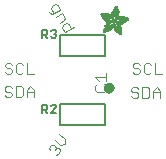
<source format=gbr>
G04 EAGLE Gerber RS-274X export*
G75*
%MOMM*%
%FSLAX34Y34*%
%LPD*%
%INSilkscreen Top*%
%IPPOS*%
%AMOC8*
5,1,8,0,0,1.08239X$1,22.5*%
G01*
%ADD10C,0.101600*%
%ADD11C,0.203200*%
%ADD12C,0.152400*%
%ADD13R,0.034300X0.003800*%
%ADD14R,0.057200X0.003800*%
%ADD15R,0.076200X0.003800*%
%ADD16R,0.091400X0.003800*%
%ADD17R,0.102900X0.003800*%
%ADD18R,0.114300X0.003900*%
%ADD19R,0.129500X0.003800*%
%ADD20R,0.137200X0.003800*%
%ADD21R,0.144800X0.003800*%
%ADD22R,0.152400X0.003800*%
%ADD23R,0.160000X0.003800*%
%ADD24R,0.171500X0.003800*%
%ADD25R,0.175300X0.003800*%
%ADD26R,0.182900X0.003800*%
%ADD27R,0.190500X0.003800*%
%ADD28R,0.194300X0.003900*%
%ADD29R,0.201900X0.003800*%
%ADD30R,0.209500X0.003800*%
%ADD31R,0.213400X0.003800*%
%ADD32R,0.221000X0.003800*%
%ADD33R,0.224800X0.003800*%
%ADD34R,0.232400X0.003800*%
%ADD35R,0.240000X0.003800*%
%ADD36R,0.243800X0.003800*%
%ADD37R,0.247600X0.003800*%
%ADD38R,0.255300X0.003900*%
%ADD39R,0.259100X0.003800*%
%ADD40R,0.262900X0.003800*%
%ADD41R,0.270500X0.003800*%
%ADD42R,0.274300X0.003800*%
%ADD43R,0.281900X0.003800*%
%ADD44R,0.285700X0.003800*%
%ADD45R,0.289500X0.003800*%
%ADD46R,0.297200X0.003800*%
%ADD47R,0.301000X0.003800*%
%ADD48R,0.304800X0.003900*%
%ADD49R,0.312400X0.003800*%
%ADD50R,0.316200X0.003800*%
%ADD51R,0.320000X0.003800*%
%ADD52R,0.327600X0.003800*%
%ADD53R,0.331500X0.003800*%
%ADD54R,0.339100X0.003800*%
%ADD55R,0.342900X0.003800*%
%ADD56R,0.346700X0.003800*%
%ADD57R,0.354300X0.003800*%
%ADD58R,0.358100X0.003900*%
%ADD59R,0.361900X0.003800*%
%ADD60R,0.369600X0.003800*%
%ADD61R,0.373400X0.003800*%
%ADD62R,0.377200X0.003800*%
%ADD63R,0.384800X0.003800*%
%ADD64R,0.388600X0.003800*%
%ADD65R,0.396200X0.003800*%
%ADD66R,0.400000X0.003800*%
%ADD67R,0.403800X0.003800*%
%ADD68R,0.411500X0.003900*%
%ADD69R,0.415300X0.003800*%
%ADD70R,0.419100X0.003800*%
%ADD71R,0.045700X0.003800*%
%ADD72R,0.426700X0.003800*%
%ADD73R,0.072400X0.003800*%
%ADD74R,0.430500X0.003800*%
%ADD75R,0.095300X0.003800*%
%ADD76R,0.438100X0.003800*%
%ADD77R,0.110500X0.003800*%
%ADD78R,0.441900X0.003800*%
%ADD79R,0.445800X0.003800*%
%ADD80R,0.144700X0.003800*%
%ADD81R,0.453400X0.003800*%
%ADD82R,0.457200X0.003800*%
%ADD83R,0.175300X0.003900*%
%ADD84R,0.461000X0.003900*%
%ADD85R,0.468600X0.003800*%
%ADD86R,0.205800X0.003800*%
%ADD87R,0.472400X0.003800*%
%ADD88R,0.217200X0.003800*%
%ADD89R,0.476200X0.003800*%
%ADD90R,0.483900X0.003800*%
%ADD91R,0.247700X0.003800*%
%ADD92R,0.487700X0.003800*%
%ADD93R,0.495300X0.003800*%
%ADD94R,0.499100X0.003800*%
%ADD95R,0.502900X0.003800*%
%ADD96R,0.510500X0.003800*%
%ADD97R,0.308600X0.003900*%
%ADD98R,0.514300X0.003900*%
%ADD99R,0.323800X0.003800*%
%ADD100R,0.518100X0.003800*%
%ADD101R,0.335300X0.003800*%
%ADD102R,0.525800X0.003800*%
%ADD103R,0.529600X0.003800*%
%ADD104R,0.358100X0.003800*%
%ADD105R,0.533400X0.003800*%
%ADD106R,0.537200X0.003800*%
%ADD107R,0.381000X0.003800*%
%ADD108R,0.544800X0.003800*%
%ADD109R,0.392400X0.003800*%
%ADD110R,0.548600X0.003800*%
%ADD111R,0.552400X0.003800*%
%ADD112R,0.556200X0.003800*%
%ADD113R,0.422900X0.003900*%
%ADD114R,0.560100X0.003900*%
%ADD115R,0.434300X0.003800*%
%ADD116R,0.563900X0.003800*%
%ADD117R,0.567700X0.003800*%
%ADD118R,0.461000X0.003800*%
%ADD119R,0.571500X0.003800*%
%ADD120R,0.575300X0.003800*%
%ADD121R,0.480100X0.003800*%
%ADD122R,0.579100X0.003800*%
%ADD123R,0.491500X0.003800*%
%ADD124R,0.582900X0.003800*%
%ADD125R,0.586700X0.003800*%
%ADD126R,0.510600X0.003800*%
%ADD127R,0.590500X0.003800*%
%ADD128R,0.522000X0.003800*%
%ADD129R,0.594300X0.003800*%
%ADD130R,0.533400X0.003900*%
%ADD131R,0.598200X0.003900*%
%ADD132R,0.541000X0.003800*%
%ADD133R,0.602000X0.003800*%
%ADD134R,0.552500X0.003800*%
%ADD135R,0.605800X0.003800*%
%ADD136R,0.560100X0.003800*%
%ADD137R,0.609600X0.003800*%
%ADD138R,0.613400X0.003800*%
%ADD139R,0.583000X0.003800*%
%ADD140R,0.617200X0.003800*%
%ADD141R,0.594400X0.003800*%
%ADD142R,0.621000X0.003800*%
%ADD143R,0.598200X0.003800*%
%ADD144R,0.624800X0.003800*%
%ADD145R,0.613500X0.003900*%
%ADD146R,0.628600X0.003900*%
%ADD147R,0.632400X0.003800*%
%ADD148R,0.628600X0.003800*%
%ADD149R,0.636300X0.003800*%
%ADD150R,0.640100X0.003800*%
%ADD151R,0.636200X0.003800*%
%ADD152R,0.643900X0.003800*%
%ADD153R,0.647700X0.003800*%
%ADD154R,0.651500X0.003800*%
%ADD155R,0.659100X0.003800*%
%ADD156R,0.659100X0.003900*%
%ADD157R,0.655300X0.003900*%
%ADD158R,0.662900X0.003800*%
%ADD159R,0.655300X0.003800*%
%ADD160R,0.670500X0.003800*%
%ADD161R,0.670600X0.003800*%
%ADD162R,0.674400X0.003800*%
%ADD163R,0.682000X0.003800*%
%ADD164R,0.666700X0.003800*%
%ADD165R,0.685800X0.003800*%
%ADD166R,0.689600X0.003800*%
%ADD167R,0.693400X0.003900*%
%ADD168R,0.674400X0.003900*%
%ADD169R,0.697200X0.003800*%
%ADD170R,0.678200X0.003800*%
%ADD171R,0.697300X0.003800*%
%ADD172R,0.701100X0.003800*%
%ADD173R,0.704900X0.003800*%
%ADD174R,0.708700X0.003800*%
%ADD175R,0.712500X0.003800*%
%ADD176R,0.716300X0.003800*%
%ADD177R,0.720100X0.003900*%
%ADD178R,0.689600X0.003900*%
%ADD179R,0.720000X0.003800*%
%ADD180R,0.693400X0.003800*%
%ADD181R,0.723900X0.003800*%
%ADD182R,0.727700X0.003800*%
%ADD183R,0.731500X0.003800*%
%ADD184R,0.701000X0.003800*%
%ADD185R,0.735300X0.003800*%
%ADD186R,0.731500X0.003900*%
%ADD187R,0.701000X0.003900*%
%ADD188R,0.704800X0.003800*%
%ADD189R,0.739100X0.003800*%
%ADD190R,0.743000X0.003800*%
%ADD191R,0.739200X0.003800*%
%ADD192R,0.743000X0.003900*%
%ADD193R,0.704800X0.003900*%
%ADD194R,0.746800X0.003800*%
%ADD195R,0.746800X0.003900*%
%ADD196R,0.742900X0.003800*%
%ADD197R,0.746700X0.003800*%
%ADD198R,0.746700X0.003900*%
%ADD199R,1.428800X0.003800*%
%ADD200R,1.424900X0.003800*%
%ADD201R,1.421100X0.003900*%
%ADD202R,1.421100X0.003800*%
%ADD203R,1.417300X0.003800*%
%ADD204R,1.413500X0.003800*%
%ADD205R,1.409700X0.003800*%
%ADD206R,1.405900X0.003800*%
%ADD207R,1.402100X0.003800*%
%ADD208R,1.398300X0.003800*%
%ADD209R,0.983000X0.003900*%
%ADD210R,0.384800X0.003900*%
%ADD211R,0.971600X0.003800*%
%ADD212R,0.963900X0.003800*%
%ADD213R,0.956300X0.003800*%
%ADD214R,0.365800X0.003800*%
%ADD215R,0.952500X0.003800*%
%ADD216R,0.941000X0.003800*%
%ADD217R,0.358200X0.003800*%
%ADD218R,0.937200X0.003800*%
%ADD219R,0.933400X0.003800*%
%ADD220R,0.354400X0.003800*%
%ADD221R,0.925800X0.003800*%
%ADD222R,0.350500X0.003800*%
%ADD223R,0.922000X0.003800*%
%ADD224R,0.918200X0.003900*%
%ADD225R,0.346700X0.003900*%
%ADD226R,0.910600X0.003800*%
%ADD227R,0.906800X0.003800*%
%ADD228R,0.903000X0.003800*%
%ADD229R,0.339000X0.003800*%
%ADD230R,0.895300X0.003800*%
%ADD231R,0.335200X0.003800*%
%ADD232R,0.887700X0.003800*%
%ADD233R,0.883900X0.003800*%
%ADD234R,0.331400X0.003800*%
%ADD235R,0.880100X0.003800*%
%ADD236R,0.876300X0.003800*%
%ADD237R,0.468600X0.003900*%
%ADD238R,0.396200X0.003900*%
%ADD239R,0.323800X0.003900*%
%ADD240R,0.449600X0.003800*%
%ADD241R,0.323900X0.003800*%
%ADD242R,0.442000X0.003800*%
%ADD243R,0.434400X0.003800*%
%ADD244R,0.320100X0.003800*%
%ADD245R,0.316300X0.003800*%
%ADD246R,0.426800X0.003800*%
%ADD247R,0.327700X0.003800*%
%ADD248R,0.312500X0.003800*%
%ADD249R,0.422900X0.003800*%
%ADD250R,0.308600X0.003800*%
%ADD251R,0.293400X0.003800*%
%ADD252R,0.304800X0.003800*%
%ADD253R,0.419100X0.003900*%
%ADD254R,0.285700X0.003900*%
%ADD255R,0.301000X0.003900*%
%ADD256R,0.411500X0.003800*%
%ADD257R,0.407700X0.003800*%
%ADD258R,0.289600X0.003800*%
%ADD259R,0.285800X0.003800*%
%ADD260R,0.403900X0.003800*%
%ADD261R,0.228600X0.003800*%
%ADD262R,0.403900X0.003900*%
%ADD263R,0.221000X0.003900*%
%ADD264R,0.278100X0.003900*%
%ADD265R,0.400100X0.003800*%
%ADD266R,0.209600X0.003800*%
%ADD267R,0.266700X0.003800*%
%ADD268R,0.038100X0.003800*%
%ADD269R,0.194300X0.003800*%
%ADD270R,0.148600X0.003800*%
%ADD271R,0.259000X0.003800*%
%ADD272R,0.182800X0.003800*%
%ADD273R,0.186700X0.003800*%
%ADD274R,0.251400X0.003800*%
%ADD275R,0.179100X0.003800*%
%ADD276R,0.236200X0.003800*%
%ADD277R,0.243900X0.003900*%
%ADD278R,0.282000X0.003900*%
%ADD279R,0.167700X0.003800*%
%ADD280R,0.236300X0.003800*%
%ADD281R,0.396300X0.003800*%
%ADD282R,0.163900X0.003800*%
%ADD283R,0.392500X0.003800*%
%ADD284R,0.160100X0.003800*%
%ADD285R,0.586800X0.003800*%
%ADD286R,0.148500X0.003800*%
%ADD287R,0.140900X0.003800*%
%ADD288R,0.392400X0.003900*%
%ADD289R,0.140900X0.003900*%
%ADD290R,0.647700X0.003900*%
%ADD291R,0.133300X0.003800*%
%ADD292R,0.674300X0.003800*%
%ADD293R,0.388700X0.003800*%
%ADD294R,0.125700X0.003800*%
%ADD295R,0.121900X0.003800*%
%ADD296R,0.720100X0.003800*%
%ADD297R,0.118100X0.003800*%
%ADD298R,0.118100X0.003900*%
%ADD299R,0.739100X0.003900*%
%ADD300R,0.114300X0.003800*%
%ADD301R,0.754400X0.003800*%
%ADD302R,0.765800X0.003800*%
%ADD303R,0.773400X0.003800*%
%ADD304R,0.784800X0.003800*%
%ADD305R,0.118200X0.003800*%
%ADD306R,0.792500X0.003800*%
%ADD307R,0.803900X0.003800*%
%ADD308R,0.122000X0.003800*%
%ADD309R,0.815400X0.003800*%
%ADD310R,0.125800X0.003800*%
%ADD311R,0.826800X0.003800*%
%ADD312R,0.369500X0.003900*%
%ADD313R,0.133400X0.003900*%
%ADD314R,0.842000X0.003900*%
%ADD315R,0.365700X0.003800*%
%ADD316R,1.009700X0.003800*%
%ADD317R,1.013500X0.003800*%
%ADD318R,0.362000X0.003800*%
%ADD319R,1.024900X0.003800*%
%ADD320R,1.028700X0.003800*%
%ADD321R,1.036300X0.003800*%
%ADD322R,1.047800X0.003800*%
%ADD323R,1.055400X0.003800*%
%ADD324R,1.070600X0.003800*%
%ADD325R,0.030500X0.003800*%
%ADD326R,1.436400X0.003800*%
%ADD327R,1.562100X0.003900*%
%ADD328R,1.588700X0.003800*%
%ADD329R,1.607800X0.003800*%
%ADD330R,1.626900X0.003800*%
%ADD331R,1.642100X0.003800*%
%ADD332R,1.657400X0.003800*%
%ADD333R,1.676400X0.003800*%
%ADD334R,1.687800X0.003800*%
%ADD335R,1.703000X0.003800*%
%ADD336R,1.714500X0.003800*%
%ADD337R,1.726000X0.003900*%
%ADD338R,1.741200X0.003800*%
%ADD339R,0.914400X0.003800*%
%ADD340R,0.769600X0.003800*%
%ADD341R,0.884000X0.003800*%
%ADD342R,0.712400X0.003800*%
%ADD343R,0.880100X0.003900*%
%ADD344R,0.887800X0.003800*%
%ADD345R,0.891600X0.003800*%
%ADD346R,0.895400X0.003800*%
%ADD347R,0.251500X0.003800*%
%ADD348R,0.579200X0.003900*%
%ADD349R,0.243900X0.003800*%
%ADD350R,0.556300X0.003800*%
%ADD351R,0.255200X0.003800*%
%ADD352R,0.529500X0.003800*%
%ADD353R,0.731600X0.003800*%
%ADD354R,0.525800X0.003900*%
%ADD355R,0.281900X0.003900*%
%ADD356R,0.735400X0.003900*%
%ADD357R,0.300900X0.003800*%
%ADD358R,0.762000X0.003800*%
%ADD359R,0.518200X0.003800*%
%ADD360R,0.350600X0.003800*%
%ADD361R,0.796300X0.003800*%
%ADD362R,0.807800X0.003800*%
%ADD363R,0.506700X0.003800*%
%ADD364R,0.849600X0.003800*%
%ADD365R,0.506700X0.003900*%
%ADD366R,1.371600X0.003900*%
%ADD367R,1.207800X0.003800*%
%ADD368R,0.503000X0.003800*%
%ADD369R,0.141000X0.003800*%
%ADD370R,1.203900X0.003800*%
%ADD371R,1.204000X0.003800*%
%ADD372R,1.200200X0.003800*%
%ADD373R,0.499100X0.003900*%
%ADD374R,0.156200X0.003900*%
%ADD375R,1.196400X0.003900*%
%ADD376R,1.196400X0.003800*%
%ADD377R,0.163800X0.003800*%
%ADD378R,0.167600X0.003800*%
%ADD379R,1.192500X0.003800*%
%ADD380R,0.499200X0.003800*%
%ADD381R,1.188700X0.003800*%
%ADD382R,0.506800X0.003800*%
%ADD383R,1.184900X0.003800*%
%ADD384R,0.510600X0.003900*%
%ADD385R,0.209600X0.003900*%
%ADD386R,1.181100X0.003900*%
%ADD387R,0.514400X0.003800*%
%ADD388R,1.181100X0.003800*%
%ADD389R,1.177300X0.003800*%
%ADD390R,0.240100X0.003800*%
%ADD391R,1.173500X0.003800*%
%ADD392R,1.169700X0.003800*%
%ADD393R,1.165900X0.003800*%
%ADD394R,1.162100X0.003800*%
%ADD395R,0.929700X0.003900*%
%ADD396R,1.162100X0.003900*%
%ADD397R,0.929700X0.003800*%
%ADD398R,1.154500X0.003800*%
%ADD399R,0.933500X0.003800*%
%ADD400R,1.150600X0.003800*%
%ADD401R,0.937300X0.003800*%
%ADD402R,1.146800X0.003800*%
%ADD403R,0.941100X0.003800*%
%ADD404R,1.139200X0.003800*%
%ADD405R,0.944900X0.003800*%
%ADD406R,1.135400X0.003800*%
%ADD407R,0.948700X0.003800*%
%ADD408R,1.127800X0.003800*%
%ADD409R,1.124000X0.003800*%
%ADD410R,1.116400X0.003800*%
%ADD411R,0.956300X0.003900*%
%ADD412R,1.104900X0.003900*%
%ADD413R,0.960100X0.003800*%
%ADD414R,1.093500X0.003800*%
%ADD415R,1.085900X0.003800*%
%ADD416R,0.967800X0.003800*%
%ADD417R,1.074500X0.003800*%
%ADD418R,1.063000X0.003800*%
%ADD419R,0.975400X0.003800*%
%ADD420R,1.036400X0.003800*%
%ADD421R,0.979200X0.003800*%
%ADD422R,1.021000X0.003800*%
%ADD423R,0.983000X0.003800*%
%ADD424R,1.009600X0.003800*%
%ADD425R,0.986800X0.003800*%
%ADD426R,0.998200X0.003800*%
%ADD427R,0.990600X0.003900*%
%ADD428R,0.986700X0.003900*%
%ADD429R,0.994400X0.003800*%
%ADD430R,0.975300X0.003800*%
%ADD431R,0.948600X0.003800*%
%ADD432R,1.002000X0.003800*%
%ADD433R,0.213300X0.003800*%
%ADD434R,0.217100X0.003800*%
%ADD435R,1.017300X0.003800*%
%ADD436R,0.666800X0.003800*%
%ADD437R,0.220900X0.003800*%
%ADD438R,1.028700X0.003900*%
%ADD439R,0.224700X0.003900*%
%ADD440R,1.032500X0.003800*%
%ADD441R,1.040100X0.003800*%
%ADD442R,1.043900X0.003800*%
%ADD443R,0.548700X0.003800*%
%ADD444R,1.051500X0.003800*%
%ADD445R,1.055300X0.003800*%
%ADD446R,1.059100X0.003800*%
%ADD447R,1.062900X0.003800*%
%ADD448R,0.255300X0.003800*%
%ADD449R,1.066800X0.003900*%
%ADD450R,0.259100X0.003900*%
%ADD451R,0.457200X0.003900*%
%ADD452R,0.423000X0.003800*%
%ADD453R,1.082100X0.003800*%
%ADD454R,0.274400X0.003800*%
%ADD455R,0.278200X0.003800*%
%ADD456R,1.101100X0.003800*%
%ADD457R,0.278100X0.003800*%
%ADD458R,0.876300X0.003900*%
%ADD459R,0.236200X0.003900*%
%ADD460R,0.289600X0.003900*%
%ADD461R,0.247700X0.003900*%
%ADD462R,0.049500X0.003800*%
%ADD463R,0.640100X0.003900*%
%ADD464R,0.659200X0.003800*%
%ADD465R,0.663000X0.003800*%
%ADD466R,0.872500X0.003900*%
%ADD467R,0.666800X0.003900*%
%ADD468R,0.872500X0.003800*%
%ADD469R,0.868700X0.003800*%
%ADD470R,0.864900X0.003800*%
%ADD471R,0.861100X0.003800*%
%ADD472R,0.857300X0.003800*%
%ADD473R,0.853400X0.003800*%
%ADD474R,0.845800X0.003800*%
%ADD475R,0.682000X0.003900*%
%ADD476R,0.842000X0.003800*%
%ADD477R,0.834400X0.003800*%
%ADD478R,0.823000X0.003800*%
%ADD479R,0.815300X0.003800*%
%ADD480R,0.811500X0.003800*%
%ADD481R,0.788700X0.003800*%
%ADD482R,0.777300X0.003900*%
%ADD483R,0.750600X0.003800*%
%ADD484R,0.735400X0.003800*%
%ADD485R,0.727800X0.003800*%
%ADD486R,0.628700X0.003800*%
%ADD487R,0.575400X0.003800*%
%ADD488R,0.670600X0.003900*%
%ADD489R,0.655400X0.003800*%
%ADD490R,0.651500X0.003900*%
%ADD491R,0.624800X0.003900*%
%ADD492R,0.594400X0.003900*%
%ADD493R,0.563900X0.003900*%
%ADD494R,0.541100X0.003800*%
%ADD495R,0.537300X0.003800*%
%ADD496R,0.525700X0.003800*%
%ADD497R,0.525700X0.003900*%
%ADD498R,0.514300X0.003800*%
%ADD499R,0.480100X0.003900*%
%ADD500R,0.464800X0.003800*%
%ADD501R,0.442000X0.003900*%
%ADD502R,0.438200X0.003800*%
%ADD503R,0.430600X0.003800*%
%ADD504R,0.407600X0.003800*%
%ADD505R,0.403800X0.003900*%
%ADD506R,0.365700X0.003900*%
%ADD507R,0.327700X0.003900*%
%ADD508R,0.243800X0.003900*%
%ADD509R,0.205800X0.003900*%
%ADD510R,0.198100X0.003800*%
%ADD511R,0.163800X0.003900*%
%ADD512R,0.137100X0.003800*%
%ADD513R,0.091500X0.003900*%
%ADD514R,0.060900X0.003800*%
%ADD515C,0.500000*%
%ADD516C,0.076200*%


D10*
X-27831Y-59252D02*
X-28206Y-57128D01*
X-26456Y-54629D01*
X-24332Y-54254D01*
X-23082Y-55129D01*
X-22708Y-57254D01*
X-23583Y-58503D01*
X-22708Y-57254D02*
X-20583Y-56879D01*
X-19334Y-57754D01*
X-18959Y-59878D01*
X-20709Y-62377D01*
X-22833Y-62752D01*
X-18717Y-54214D02*
X-23715Y-50714D01*
X-18717Y-54214D02*
X-14468Y-53464D01*
X-15217Y-49216D01*
X-20215Y-45716D01*
X-27572Y56731D02*
X-28334Y58052D01*
X-27572Y56731D02*
X-25488Y56173D01*
X-18883Y59986D01*
X-21171Y63949D01*
X-23255Y64507D01*
X-25897Y62982D01*
X-26455Y60899D01*
X-24167Y56936D01*
X-22540Y54118D02*
X-17256Y57168D01*
X-14968Y53205D01*
X-15527Y51122D01*
X-19489Y48834D01*
X-14812Y40732D02*
X-6886Y45308D01*
X-14812Y40732D02*
X-17100Y44695D01*
X-16542Y46778D01*
X-13900Y48304D01*
X-11816Y47745D01*
X-9528Y43783D01*
X46994Y14740D02*
X48519Y13215D01*
X46994Y14740D02*
X43943Y14740D01*
X42418Y13215D01*
X42418Y11689D01*
X43943Y10164D01*
X46994Y10164D01*
X48519Y8639D01*
X48519Y7113D01*
X46994Y5588D01*
X43943Y5588D01*
X42418Y7113D01*
X56349Y14740D02*
X57874Y13215D01*
X56349Y14740D02*
X53298Y14740D01*
X51773Y13215D01*
X51773Y7113D01*
X53298Y5588D01*
X56349Y5588D01*
X57874Y7113D01*
X61128Y5588D02*
X61128Y14740D01*
X61128Y5588D02*
X67230Y5588D01*
X47249Y-7106D02*
X45724Y-5580D01*
X42673Y-5580D01*
X41148Y-7106D01*
X41148Y-8631D01*
X42673Y-10156D01*
X45724Y-10156D01*
X47249Y-11681D01*
X47249Y-13207D01*
X45724Y-14732D01*
X42673Y-14732D01*
X41148Y-13207D01*
X50503Y-14732D02*
X50503Y-5580D01*
X50503Y-14732D02*
X55079Y-14732D01*
X56604Y-13207D01*
X56604Y-7106D01*
X55079Y-5580D01*
X50503Y-5580D01*
X59858Y-8631D02*
X59858Y-14732D01*
X59858Y-8631D02*
X62909Y-5580D01*
X65960Y-8631D01*
X65960Y-14732D01*
X65960Y-10156D02*
X59858Y-10156D01*
X-59601Y13509D02*
X-61126Y15035D01*
X-64177Y15035D01*
X-65702Y13509D01*
X-65702Y11984D01*
X-64177Y10459D01*
X-61126Y10459D01*
X-59601Y8933D01*
X-59601Y7408D01*
X-61126Y5883D01*
X-64177Y5883D01*
X-65702Y7408D01*
X-51771Y15035D02*
X-50246Y13509D01*
X-51771Y15035D02*
X-54822Y15035D01*
X-56347Y13509D01*
X-56347Y7408D01*
X-54822Y5883D01*
X-51771Y5883D01*
X-50246Y7408D01*
X-46992Y5883D02*
X-46992Y15035D01*
X-46992Y5883D02*
X-40891Y5883D01*
X-59941Y-6471D02*
X-61467Y-4945D01*
X-64517Y-4945D01*
X-66042Y-6471D01*
X-66042Y-7996D01*
X-64517Y-9521D01*
X-61467Y-9521D01*
X-59941Y-11046D01*
X-59941Y-12572D01*
X-61467Y-14097D01*
X-64517Y-14097D01*
X-66042Y-12572D01*
X-56687Y-14097D02*
X-56687Y-4945D01*
X-56687Y-14097D02*
X-52111Y-14097D01*
X-50586Y-12572D01*
X-50586Y-6471D01*
X-52111Y-4945D01*
X-56687Y-4945D01*
X-47332Y-7996D02*
X-47332Y-14097D01*
X-47332Y-7996D02*
X-44281Y-4945D01*
X-41231Y-7996D01*
X-41231Y-14097D01*
X-41231Y-9521D02*
X-47332Y-9521D01*
D11*
X-19050Y-20320D02*
X19050Y-20320D01*
X19050Y-38100D01*
X-19050Y-38100D01*
X-19050Y-20320D01*
D12*
X-34163Y-20568D02*
X-34163Y-27178D01*
X-34163Y-20568D02*
X-30858Y-20568D01*
X-29757Y-21670D01*
X-29757Y-23873D01*
X-30858Y-24975D01*
X-34163Y-24975D01*
X-31960Y-24975D02*
X-29757Y-27178D01*
X-26679Y-27178D02*
X-22272Y-27178D01*
X-22272Y-22772D02*
X-26679Y-27178D01*
X-22272Y-22772D02*
X-22272Y-21670D01*
X-23374Y-20568D01*
X-25577Y-20568D01*
X-26679Y-21670D01*
D11*
X-19050Y38100D02*
X19050Y38100D01*
X19050Y20320D01*
X-19050Y20320D01*
X-19050Y38100D01*
D12*
X-34163Y36322D02*
X-34163Y42932D01*
X-30858Y42932D01*
X-29757Y41830D01*
X-29757Y39627D01*
X-30858Y38525D01*
X-34163Y38525D01*
X-31960Y38525D02*
X-29757Y36322D01*
X-26679Y41830D02*
X-25577Y42932D01*
X-23374Y42932D01*
X-22272Y41830D01*
X-22272Y40728D01*
X-23374Y39627D01*
X-24476Y39627D01*
X-23374Y39627D02*
X-22272Y38525D01*
X-22272Y37424D01*
X-23374Y36322D01*
X-25577Y36322D01*
X-26679Y37424D01*
D13*
X32309Y38100D03*
D14*
X32309Y38138D03*
D15*
X32290Y38176D03*
D16*
X32290Y38214D03*
D17*
X32309Y38252D03*
D18*
X32290Y38291D03*
D19*
X32290Y38329D03*
D20*
X32290Y38367D03*
D21*
X32290Y38405D03*
D22*
X32252Y38443D03*
D23*
X32252Y38481D03*
D24*
X32233Y38519D03*
D25*
X32214Y38557D03*
D26*
X32214Y38595D03*
D27*
X32176Y38633D03*
D28*
X32157Y38672D03*
D29*
X32157Y38710D03*
D30*
X32119Y38748D03*
D31*
X32099Y38786D03*
D32*
X32061Y38824D03*
D33*
X32042Y38862D03*
D34*
X32042Y38900D03*
D35*
X32004Y38938D03*
D36*
X31985Y38976D03*
D37*
X31966Y39014D03*
D38*
X31928Y39053D03*
D39*
X31909Y39091D03*
D40*
X31890Y39129D03*
D41*
X31852Y39167D03*
D42*
X31833Y39205D03*
D43*
X31795Y39243D03*
D44*
X31776Y39281D03*
D45*
X31757Y39319D03*
D46*
X31718Y39357D03*
D47*
X31699Y39395D03*
D48*
X31680Y39434D03*
D49*
X31642Y39472D03*
D50*
X31623Y39510D03*
D51*
X31604Y39548D03*
D52*
X31566Y39586D03*
D53*
X31547Y39624D03*
D54*
X31509Y39662D03*
D55*
X31490Y39700D03*
D56*
X31471Y39738D03*
D57*
X31433Y39776D03*
D58*
X31414Y39815D03*
D59*
X31395Y39853D03*
D60*
X31356Y39891D03*
D61*
X31337Y39929D03*
D62*
X31318Y39967D03*
D63*
X31280Y40005D03*
D64*
X31261Y40043D03*
D65*
X31223Y40081D03*
D66*
X31204Y40119D03*
D67*
X31185Y40157D03*
D68*
X31147Y40196D03*
D69*
X31128Y40234D03*
D70*
X31109Y40272D03*
D71*
X18346Y40310D03*
D72*
X31071Y40310D03*
D73*
X18364Y40348D03*
D74*
X31052Y40348D03*
D75*
X18403Y40386D03*
D76*
X31014Y40386D03*
D77*
X18441Y40424D03*
D78*
X30995Y40424D03*
D19*
X18460Y40462D03*
D79*
X30975Y40462D03*
D80*
X18498Y40500D03*
D81*
X30937Y40500D03*
D23*
X18536Y40538D03*
D82*
X30918Y40538D03*
D83*
X18574Y40577D03*
D84*
X30899Y40577D03*
D27*
X18612Y40615D03*
D85*
X30861Y40615D03*
D86*
X18650Y40653D03*
D87*
X30842Y40653D03*
D88*
X18707Y40691D03*
D89*
X30823Y40691D03*
D34*
X18745Y40729D03*
D90*
X30785Y40729D03*
D91*
X18784Y40767D03*
D92*
X30766Y40767D03*
D39*
X18841Y40805D03*
D93*
X30728Y40805D03*
D42*
X18879Y40843D03*
D94*
X30709Y40843D03*
D44*
X18936Y40881D03*
D95*
X30690Y40881D03*
D46*
X18993Y40919D03*
D96*
X30652Y40919D03*
D97*
X19050Y40958D03*
D98*
X30633Y40958D03*
D99*
X19088Y40996D03*
D100*
X30614Y40996D03*
D101*
X19146Y41034D03*
D102*
X30575Y41034D03*
D56*
X19203Y41072D03*
D103*
X30556Y41072D03*
D104*
X19260Y41110D03*
D105*
X30537Y41110D03*
D60*
X19317Y41148D03*
D106*
X30518Y41148D03*
D107*
X19374Y41186D03*
D108*
X30480Y41186D03*
D109*
X19431Y41224D03*
D110*
X30461Y41224D03*
D67*
X19488Y41262D03*
D111*
X30442Y41262D03*
D69*
X19546Y41300D03*
D112*
X30423Y41300D03*
D113*
X19622Y41339D03*
D114*
X30404Y41339D03*
D115*
X19679Y41377D03*
D116*
X30385Y41377D03*
D79*
X19736Y41415D03*
D117*
X30366Y41415D03*
D118*
X19812Y41453D03*
D119*
X30347Y41453D03*
D87*
X19869Y41491D03*
D120*
X30328Y41491D03*
D121*
X19946Y41529D03*
D122*
X30309Y41529D03*
D123*
X20003Y41567D03*
D124*
X30290Y41567D03*
D95*
X20060Y41605D03*
D125*
X30271Y41605D03*
D126*
X20136Y41643D03*
D127*
X30252Y41643D03*
D128*
X20193Y41681D03*
D129*
X30233Y41681D03*
D130*
X20250Y41720D03*
D131*
X30213Y41720D03*
D132*
X20326Y41758D03*
D133*
X30194Y41758D03*
D134*
X20384Y41796D03*
D135*
X30175Y41796D03*
D136*
X20422Y41834D03*
D135*
X30175Y41834D03*
D119*
X20479Y41872D03*
D137*
X30156Y41872D03*
D120*
X20536Y41910D03*
D138*
X30137Y41910D03*
D139*
X20574Y41948D03*
D140*
X30118Y41948D03*
D141*
X20631Y41986D03*
D142*
X30099Y41986D03*
D143*
X20688Y42024D03*
D142*
X30099Y42024D03*
D135*
X20726Y42062D03*
D144*
X30080Y42062D03*
D145*
X20765Y42101D03*
D146*
X30061Y42101D03*
D138*
X20803Y42139D03*
D147*
X30042Y42139D03*
D142*
X20841Y42177D03*
D147*
X30042Y42177D03*
D148*
X20879Y42215D03*
D149*
X30023Y42215D03*
D147*
X20936Y42253D03*
D150*
X30004Y42253D03*
D151*
X20955Y42291D03*
D152*
X29985Y42291D03*
X20994Y42329D03*
X29985Y42329D03*
D153*
X21051Y42367D03*
X29966Y42367D03*
D154*
X21070Y42405D03*
X29947Y42405D03*
D155*
X21108Y42443D03*
D154*
X29947Y42443D03*
D156*
X21146Y42482D03*
D157*
X29928Y42482D03*
D158*
X21165Y42520D03*
D159*
X29928Y42520D03*
D160*
X21203Y42558D03*
D155*
X29909Y42558D03*
D161*
X21241Y42596D03*
D158*
X29890Y42596D03*
D162*
X21260Y42634D03*
D158*
X29890Y42634D03*
D163*
X21298Y42672D03*
D164*
X29871Y42672D03*
D163*
X21336Y42710D03*
D164*
X29871Y42710D03*
D165*
X21355Y42748D03*
D160*
X29852Y42748D03*
D166*
X21374Y42786D03*
D160*
X29852Y42786D03*
D166*
X21412Y42824D03*
D162*
X29832Y42824D03*
D167*
X21431Y42863D03*
D168*
X29832Y42863D03*
D169*
X21450Y42901D03*
D170*
X29813Y42901D03*
D171*
X21489Y42939D03*
D170*
X29813Y42939D03*
D172*
X21508Y42977D03*
D170*
X29813Y42977D03*
D173*
X21527Y43015D03*
D163*
X29794Y43015D03*
D173*
X21565Y43053D03*
D163*
X29794Y43053D03*
D174*
X21584Y43091D03*
D165*
X29775Y43091D03*
D175*
X21603Y43129D03*
D165*
X29775Y43129D03*
D175*
X21641Y43167D03*
D165*
X29775Y43167D03*
D176*
X21660Y43205D03*
D166*
X29756Y43205D03*
D177*
X21679Y43244D03*
D178*
X29756Y43244D03*
D179*
X21717Y43282D03*
D180*
X29737Y43282D03*
D181*
X21737Y43320D03*
D180*
X29737Y43320D03*
D181*
X21737Y43358D03*
D180*
X29737Y43358D03*
D181*
X21775Y43396D03*
D180*
X29737Y43396D03*
D182*
X21794Y43434D03*
D169*
X29718Y43434D03*
D183*
X21813Y43472D03*
D169*
X29718Y43472D03*
D182*
X21832Y43510D03*
D169*
X29718Y43510D03*
D183*
X21851Y43548D03*
D184*
X29699Y43548D03*
D185*
X21870Y43586D03*
D184*
X29699Y43586D03*
D186*
X21889Y43625D03*
D187*
X29699Y43625D03*
D185*
X21908Y43663D03*
D184*
X29699Y43663D03*
D185*
X21908Y43701D03*
D188*
X29680Y43701D03*
D185*
X21946Y43739D03*
D184*
X29661Y43739D03*
D189*
X21965Y43777D03*
D184*
X29661Y43777D03*
D189*
X21965Y43815D03*
D184*
X29661Y43815D03*
D189*
X22003Y43853D03*
D184*
X29661Y43853D03*
D189*
X22003Y43891D03*
D184*
X29661Y43891D03*
D190*
X22022Y43929D03*
D188*
X29642Y43929D03*
D191*
X22041Y43967D03*
D188*
X29642Y43967D03*
D192*
X22060Y44006D03*
D193*
X29642Y44006D03*
D190*
X22060Y44044D03*
D188*
X29642Y44044D03*
D190*
X22098Y44082D03*
D188*
X29642Y44082D03*
D190*
X22098Y44120D03*
D188*
X29642Y44120D03*
D190*
X22098Y44158D03*
D188*
X29642Y44158D03*
D190*
X22136Y44196D03*
D184*
X29623Y44196D03*
D190*
X22136Y44234D03*
D184*
X29623Y44234D03*
D194*
X22155Y44272D03*
D184*
X29623Y44272D03*
D190*
X22174Y44310D03*
D184*
X29623Y44310D03*
D190*
X22174Y44348D03*
D184*
X29623Y44348D03*
D195*
X22193Y44387D03*
D187*
X29623Y44387D03*
D196*
X22213Y44425D03*
D184*
X29623Y44425D03*
D196*
X22213Y44463D03*
D169*
X29604Y44463D03*
D197*
X22232Y44501D03*
D169*
X29604Y44501D03*
D196*
X22251Y44539D03*
D169*
X29604Y44539D03*
D196*
X22251Y44577D03*
D169*
X29604Y44577D03*
D196*
X22251Y44615D03*
D169*
X29604Y44615D03*
D197*
X22270Y44653D03*
D180*
X29585Y44653D03*
D196*
X22289Y44691D03*
D180*
X29585Y44691D03*
D196*
X22289Y44729D03*
D180*
X29585Y44729D03*
D198*
X22308Y44768D03*
D167*
X29585Y44768D03*
D196*
X22327Y44806D03*
D166*
X29566Y44806D03*
D196*
X22327Y44844D03*
D166*
X29566Y44844D03*
D197*
X22346Y44882D03*
D166*
X29566Y44882D03*
D196*
X22365Y44920D03*
D166*
X29566Y44920D03*
D196*
X22365Y44958D03*
D165*
X29547Y44958D03*
D196*
X22365Y44996D03*
D165*
X29547Y44996D03*
D199*
X25832Y45034D03*
X25832Y45072D03*
D200*
X25813Y45110D03*
D201*
X25832Y45149D03*
D202*
X25832Y45187D03*
D203*
X25813Y45225D03*
D204*
X25832Y45263D03*
X25832Y45301D03*
D205*
X25813Y45339D03*
D206*
X25832Y45377D03*
X25832Y45415D03*
D207*
X25813Y45453D03*
D208*
X25832Y45491D03*
D209*
X23755Y45530D03*
D210*
X30861Y45530D03*
D211*
X23698Y45568D03*
D62*
X30899Y45568D03*
D212*
X23699Y45606D03*
D61*
X30918Y45606D03*
D213*
X23661Y45644D03*
D214*
X30918Y45644D03*
D215*
X23642Y45682D03*
D214*
X30918Y45682D03*
D216*
X23622Y45720D03*
D217*
X30918Y45720D03*
D218*
X23603Y45758D03*
D217*
X30918Y45758D03*
D219*
X23584Y45796D03*
D220*
X30899Y45796D03*
D221*
X23584Y45834D03*
D222*
X30919Y45834D03*
D223*
X23565Y45872D03*
D56*
X30900Y45872D03*
D224*
X23546Y45911D03*
D225*
X30900Y45911D03*
D226*
X23546Y45949D03*
D55*
X30881Y45949D03*
D227*
X23527Y45987D03*
D55*
X30881Y45987D03*
D228*
X23508Y46025D03*
D229*
X30861Y46025D03*
D230*
X23508Y46063D03*
D229*
X30861Y46063D03*
D230*
X23508Y46101D03*
D231*
X30842Y46101D03*
D232*
X23508Y46139D03*
D231*
X30842Y46139D03*
D233*
X23489Y46177D03*
D234*
X30823Y46177D03*
D235*
X23470Y46215D03*
D52*
X30804Y46215D03*
D236*
X23489Y46253D03*
D52*
X30804Y46253D03*
D237*
X21450Y46292D03*
D238*
X25851Y46292D03*
D239*
X30785Y46292D03*
D240*
X21393Y46330D03*
D60*
X25946Y46330D03*
D241*
X30747Y46330D03*
D242*
X21355Y46368D03*
D104*
X26004Y46368D03*
D241*
X30747Y46368D03*
D243*
X21355Y46406D03*
D56*
X26023Y46406D03*
D244*
X30728Y46406D03*
D243*
X21355Y46444D03*
D101*
X26042Y46444D03*
D245*
X30709Y46444D03*
D246*
X21355Y46482D03*
D247*
X26080Y46482D03*
D248*
X30690Y46482D03*
D246*
X21355Y46520D03*
D245*
X26099Y46520D03*
D248*
X30690Y46520D03*
D249*
X21375Y46558D03*
D250*
X26137Y46558D03*
D248*
X30652Y46558D03*
D249*
X21375Y46596D03*
D47*
X26137Y46596D03*
D250*
X30632Y46596D03*
D70*
X21394Y46634D03*
D251*
X26175Y46634D03*
D252*
X30613Y46634D03*
D253*
X21394Y46673D03*
D254*
X26175Y46673D03*
D255*
X30594Y46673D03*
D69*
X21413Y46711D03*
D42*
X26194Y46711D03*
D47*
X30556Y46711D03*
D69*
X21413Y46749D03*
D41*
X26213Y46749D03*
D46*
X30537Y46749D03*
D256*
X21432Y46787D03*
D40*
X26213Y46787D03*
D251*
X30518Y46787D03*
D256*
X21432Y46825D03*
D39*
X26232Y46825D03*
D251*
X30480Y46825D03*
D257*
X21451Y46863D03*
D37*
X26251Y46863D03*
D258*
X30461Y46863D03*
D257*
X21489Y46901D03*
D36*
X26270Y46901D03*
D259*
X30442Y46901D03*
D257*
X21489Y46939D03*
D35*
X26289Y46939D03*
D259*
X30404Y46939D03*
D260*
X21508Y46977D03*
D34*
X26289Y46977D03*
D43*
X30385Y46977D03*
D257*
X21527Y47015D03*
D261*
X26308Y47015D03*
D43*
X30347Y47015D03*
D262*
X21546Y47054D03*
D263*
X26308Y47054D03*
D264*
X30328Y47054D03*
D265*
X21565Y47092D03*
D88*
X26327Y47092D03*
D41*
X30290Y47092D03*
D260*
X21584Y47130D03*
D266*
X26327Y47130D03*
D41*
X30252Y47130D03*
D265*
X21603Y47168D03*
D86*
X26346Y47168D03*
D267*
X30233Y47168D03*
D268*
X32709Y47168D03*
D66*
X21641Y47206D03*
D29*
X26366Y47206D03*
D40*
X30176Y47206D03*
D77*
X32728Y47206D03*
D66*
X21641Y47244D03*
D269*
X26366Y47244D03*
D39*
X30157Y47244D03*
D270*
X32728Y47244D03*
D66*
X21679Y47282D03*
D27*
X26385Y47282D03*
D271*
X30118Y47282D03*
D272*
X32747Y47282D03*
D65*
X21698Y47320D03*
D273*
X26404Y47320D03*
D274*
X30080Y47320D03*
D31*
X32747Y47320D03*
D65*
X21736Y47358D03*
D275*
X26404Y47358D03*
D274*
X30042Y47358D03*
D276*
X32747Y47358D03*
D66*
X21755Y47396D03*
D275*
X26404Y47396D03*
D36*
X30004Y47396D03*
D271*
X32747Y47396D03*
D238*
X21774Y47435D03*
D83*
X26423Y47435D03*
D277*
X29966Y47435D03*
D278*
X32747Y47435D03*
D65*
X21812Y47473D03*
D279*
X26423Y47473D03*
D280*
X29928Y47473D03*
D47*
X32766Y47473D03*
D281*
X21851Y47511D03*
D282*
X26442Y47511D03*
D280*
X29890Y47511D03*
D51*
X32747Y47511D03*
D283*
X21870Y47549D03*
D284*
X26461Y47549D03*
D261*
X29851Y47549D03*
D55*
X32747Y47549D03*
D281*
X21889Y47587D03*
D284*
X26461Y47587D03*
D285*
X31604Y47587D03*
D281*
X21927Y47625D03*
D22*
X26460Y47625D03*
D143*
X31623Y47625D03*
D283*
X21946Y47663D03*
D286*
X26480Y47663D03*
D135*
X31661Y47663D03*
D109*
X21984Y47701D03*
D286*
X26480Y47701D03*
D142*
X31699Y47701D03*
D109*
X22022Y47739D03*
D80*
X26499Y47739D03*
D144*
X31718Y47739D03*
D109*
X22060Y47777D03*
D287*
X26518Y47777D03*
D149*
X31738Y47777D03*
D288*
X22098Y47816D03*
D289*
X26518Y47816D03*
D290*
X31757Y47816D03*
D64*
X22117Y47854D03*
D291*
X26518Y47854D03*
D159*
X31795Y47854D03*
D64*
X22155Y47892D03*
D291*
X26518Y47892D03*
D164*
X31814Y47892D03*
D64*
X22193Y47930D03*
D19*
X26537Y47930D03*
D292*
X31814Y47930D03*
D64*
X22231Y47968D03*
D19*
X26537Y47968D03*
D165*
X31833Y47968D03*
D293*
X22270Y48006D03*
D294*
X26556Y48006D03*
D180*
X31871Y48006D03*
D293*
X22308Y48044D03*
D294*
X26556Y48044D03*
D172*
X31871Y48044D03*
D64*
X22346Y48082D03*
D295*
X26575Y48082D03*
D175*
X31890Y48082D03*
D63*
X22403Y48120D03*
D295*
X26575Y48120D03*
D296*
X31890Y48120D03*
D63*
X22441Y48158D03*
D297*
X26594Y48158D03*
D182*
X31890Y48158D03*
D210*
X22479Y48197D03*
D298*
X26594Y48197D03*
D299*
X31909Y48197D03*
D63*
X22517Y48235D03*
D300*
X26613Y48235D03*
D194*
X31909Y48235D03*
D107*
X22574Y48273D03*
D297*
X26632Y48273D03*
D301*
X31909Y48273D03*
D107*
X22612Y48311D03*
D297*
X26632Y48311D03*
D302*
X31928Y48311D03*
D107*
X22689Y48349D03*
D297*
X26632Y48349D03*
D303*
X31928Y48349D03*
D107*
X22727Y48387D03*
D300*
X26651Y48387D03*
D304*
X31947Y48387D03*
D62*
X22784Y48425D03*
D305*
X26670Y48425D03*
D306*
X31947Y48425D03*
D61*
X22841Y48463D03*
D305*
X26670Y48463D03*
D307*
X31928Y48463D03*
D61*
X22917Y48501D03*
D308*
X26689Y48501D03*
D309*
X31947Y48501D03*
D61*
X22955Y48539D03*
D310*
X26708Y48539D03*
D311*
X31928Y48539D03*
D312*
X23051Y48578D03*
D313*
X26746Y48578D03*
D314*
X31928Y48578D03*
D315*
X23108Y48616D03*
D316*
X31128Y48616D03*
D214*
X23184Y48654D03*
D317*
X31147Y48654D03*
D318*
X23279Y48692D03*
D319*
X31166Y48692D03*
D104*
X23375Y48730D03*
D320*
X31185Y48730D03*
D57*
X23470Y48768D03*
D321*
X31185Y48768D03*
D222*
X23565Y48806D03*
D322*
X31204Y48806D03*
D56*
X23699Y48844D03*
D323*
X31204Y48844D03*
D56*
X23813Y48882D03*
D324*
X31204Y48882D03*
D325*
X21584Y48920D03*
D326*
X29413Y48920D03*
D327*
X28823Y48959D03*
D328*
X28766Y48997D03*
D329*
X28708Y49035D03*
D330*
X28690Y49073D03*
D331*
X28652Y49111D03*
D332*
X28613Y49149D03*
D333*
X28594Y49187D03*
D334*
X28575Y49225D03*
D335*
X28575Y49263D03*
D336*
X28556Y49301D03*
D337*
X28537Y49340D03*
D338*
X28537Y49378D03*
D339*
X24327Y49416D03*
D340*
X33433Y49416D03*
D230*
X24156Y49454D03*
D190*
X33604Y49454D03*
D233*
X24061Y49492D03*
D183*
X33738Y49492D03*
D341*
X23984Y49530D03*
D296*
X33833Y49530D03*
D233*
X23908Y49568D03*
D342*
X33947Y49568D03*
D235*
X23851Y49606D03*
D173*
X34024Y49606D03*
D235*
X23775Y49644D03*
D171*
X34100Y49644D03*
D235*
X23737Y49682D03*
D169*
X34176Y49682D03*
D343*
X23699Y49721D03*
D167*
X34233Y49721D03*
D344*
X23660Y49759D03*
D166*
X34328Y49759D03*
D344*
X23622Y49797D03*
D166*
X34366Y49797D03*
D345*
X23603Y49835D03*
D165*
X34423Y49835D03*
D346*
X23584Y49873D03*
D165*
X34500Y49873D03*
D228*
X23546Y49911D03*
D165*
X34538Y49911D03*
D227*
X23527Y49949D03*
D163*
X34595Y49949D03*
D226*
X23508Y49987D03*
D165*
X34652Y49987D03*
D137*
X21965Y50025D03*
D40*
X26747Y50025D03*
D165*
X34690Y50025D03*
D127*
X21832Y50063D03*
D347*
X26842Y50063D03*
D166*
X34747Y50063D03*
D348*
X21736Y50102D03*
D277*
X26880Y50102D03*
D178*
X34785Y50102D03*
D117*
X21641Y50140D03*
D349*
X26918Y50140D03*
D180*
X34804Y50140D03*
D116*
X21584Y50178D03*
D36*
X26956Y50178D03*
D171*
X34862Y50178D03*
D136*
X21489Y50216D03*
D37*
X26975Y50216D03*
D171*
X34900Y50216D03*
D350*
X21432Y50254D03*
D37*
X27013Y50254D03*
D173*
X34938Y50254D03*
D110*
X21355Y50292D03*
D274*
X27032Y50292D03*
D174*
X34957Y50292D03*
D132*
X21317Y50330D03*
D351*
X27051Y50330D03*
D175*
X34976Y50330D03*
D106*
X21260Y50368D03*
D40*
X27090Y50368D03*
D296*
X35014Y50368D03*
D105*
X21203Y50406D03*
D267*
X27109Y50406D03*
D181*
X35033Y50406D03*
D352*
X21146Y50444D03*
D42*
X27147Y50444D03*
D353*
X35071Y50444D03*
D354*
X21088Y50483D03*
D355*
X27185Y50483D03*
D356*
X35090Y50483D03*
D102*
X21050Y50521D03*
D45*
X27223Y50521D03*
D190*
X35090Y50521D03*
D128*
X20993Y50559D03*
D357*
X27242Y50559D03*
D301*
X35109Y50559D03*
D128*
X20955Y50597D03*
D250*
X27280Y50597D03*
D358*
X35109Y50597D03*
D359*
X20898Y50635D03*
D241*
X27318Y50635D03*
D340*
X35109Y50635D03*
D359*
X20860Y50673D03*
D101*
X27375Y50673D03*
D304*
X35109Y50673D03*
D96*
X20822Y50711D03*
D360*
X27413Y50711D03*
D361*
X35091Y50711D03*
D96*
X20784Y50749D03*
D60*
X27470Y50749D03*
D362*
X35071Y50749D03*
D363*
X20727Y50787D03*
D64*
X27565Y50787D03*
D311*
X35052Y50787D03*
D363*
X20689Y50825D03*
D69*
X27661Y50825D03*
D364*
X34976Y50825D03*
D365*
X20651Y50864D03*
D366*
X32404Y50864D03*
D95*
X20632Y50902D03*
D21*
X26232Y50902D03*
D367*
X33261Y50902D03*
D368*
X20593Y50940D03*
D369*
X26175Y50940D03*
D370*
X33319Y50940D03*
D368*
X20555Y50978D03*
D287*
X26137Y50978D03*
D370*
X33357Y50978D03*
D94*
X20536Y51016D03*
D287*
X26099Y51016D03*
D370*
X33395Y51016D03*
D94*
X20498Y51054D03*
D80*
X26080Y51054D03*
D371*
X33433Y51054D03*
D94*
X20460Y51092D03*
D21*
X26041Y51092D03*
D372*
X33452Y51092D03*
D94*
X20422Y51130D03*
D21*
X26003Y51130D03*
D372*
X33490Y51130D03*
D93*
X20403Y51168D03*
D270*
X25984Y51168D03*
D372*
X33528Y51168D03*
D93*
X20365Y51206D03*
D22*
X25927Y51206D03*
D372*
X33528Y51206D03*
D373*
X20346Y51245D03*
D374*
X25908Y51245D03*
D375*
X33547Y51245D03*
D94*
X20308Y51283D03*
D23*
X25889Y51283D03*
D376*
X33585Y51283D03*
D93*
X20289Y51321D03*
D377*
X25832Y51321D03*
D376*
X33585Y51321D03*
D94*
X20270Y51359D03*
D378*
X25813Y51359D03*
D379*
X33605Y51359D03*
D94*
X20232Y51397D03*
D25*
X25775Y51397D03*
D379*
X33605Y51397D03*
D368*
X20212Y51435D03*
D275*
X25756Y51435D03*
D379*
X33643Y51435D03*
D380*
X20193Y51473D03*
D26*
X25699Y51473D03*
D379*
X33643Y51473D03*
D368*
X20174Y51511D03*
D27*
X25661Y51511D03*
D381*
X33662Y51511D03*
D382*
X20155Y51549D03*
D269*
X25642Y51549D03*
D381*
X33662Y51549D03*
D382*
X20155Y51587D03*
D29*
X25604Y51587D03*
D383*
X33681Y51587D03*
D384*
X20136Y51626D03*
D385*
X25565Y51626D03*
D386*
X33662Y51626D03*
D387*
X20117Y51664D03*
D31*
X25508Y51664D03*
D388*
X33662Y51664D03*
D359*
X20098Y51702D03*
D32*
X25470Y51702D03*
D389*
X33681Y51702D03*
D359*
X20098Y51740D03*
D34*
X25413Y51740D03*
D389*
X33681Y51740D03*
D102*
X20098Y51778D03*
D390*
X25375Y51778D03*
D391*
X33700Y51778D03*
D103*
X20079Y51816D03*
D347*
X25318Y51816D03*
D391*
X33700Y51816D03*
D106*
X20079Y51854D03*
D40*
X25261Y51854D03*
D392*
X33681Y51854D03*
D132*
X20098Y51892D03*
D42*
X25204Y51892D03*
D393*
X33700Y51892D03*
D111*
X20117Y51930D03*
D258*
X25127Y51930D03*
D393*
X33700Y51930D03*
D119*
X20174Y51968D03*
D49*
X25013Y51968D03*
D394*
X33681Y51968D03*
D395*
X21927Y52007D03*
D396*
X33681Y52007D03*
D397*
X21927Y52045D03*
D398*
X33681Y52045D03*
D399*
X21908Y52083D03*
D400*
X33661Y52083D03*
D401*
X21889Y52121D03*
D400*
X33661Y52121D03*
D401*
X21889Y52159D03*
D402*
X33642Y52159D03*
D403*
X21870Y52197D03*
D404*
X33642Y52197D03*
D405*
X21851Y52235D03*
D406*
X33623Y52235D03*
D407*
X21832Y52273D03*
D408*
X33585Y52273D03*
D407*
X21832Y52311D03*
D409*
X33566Y52311D03*
D215*
X21813Y52349D03*
D410*
X33528Y52349D03*
D411*
X21794Y52388D03*
D412*
X33509Y52388D03*
D413*
X21775Y52426D03*
D414*
X33452Y52426D03*
D413*
X21775Y52464D03*
D415*
X33414Y52464D03*
D416*
X21774Y52502D03*
D417*
X33357Y52502D03*
D211*
X21755Y52540D03*
D418*
X33299Y52540D03*
D419*
X21736Y52578D03*
D322*
X33223Y52578D03*
D419*
X21736Y52616D03*
D420*
X33166Y52616D03*
D421*
X21717Y52654D03*
D422*
X33128Y52654D03*
D423*
X21698Y52692D03*
D424*
X33071Y52692D03*
D425*
X21679Y52730D03*
D426*
X33014Y52730D03*
D427*
X21698Y52769D03*
D428*
X32957Y52769D03*
D429*
X21679Y52807D03*
D430*
X32900Y52807D03*
D426*
X21660Y52845D03*
D212*
X32843Y52845D03*
D426*
X21660Y52883D03*
D431*
X32766Y52883D03*
D432*
X21641Y52921D03*
D218*
X32709Y52921D03*
D424*
X21641Y52959D03*
D30*
X29071Y52959D03*
D175*
X33719Y52959D03*
D317*
X21622Y52997D03*
D433*
X29090Y52997D03*
D171*
X33681Y52997D03*
D317*
X21622Y53035D03*
D434*
X29109Y53035D03*
D163*
X33642Y53035D03*
D435*
X21603Y53073D03*
D434*
X29109Y53073D03*
D436*
X33604Y53073D03*
D319*
X21603Y53111D03*
D437*
X29128Y53111D03*
D153*
X33586Y53111D03*
D438*
X21584Y53150D03*
D439*
X29147Y53150D03*
D146*
X33528Y53150D03*
D320*
X21584Y53188D03*
D261*
X29166Y53188D03*
D138*
X33490Y53188D03*
D440*
X21565Y53226D03*
D34*
X29185Y53226D03*
D143*
X33452Y53226D03*
D441*
X21565Y53264D03*
D34*
X29185Y53264D03*
D122*
X33433Y53264D03*
D442*
X21546Y53302D03*
D276*
X29204Y53302D03*
D116*
X33395Y53302D03*
D442*
X21546Y53340D03*
D35*
X29223Y53340D03*
D443*
X33357Y53340D03*
D444*
X21546Y53378D03*
D36*
X29242Y53378D03*
D352*
X33338Y53378D03*
D445*
X21527Y53416D03*
D36*
X29242Y53416D03*
D96*
X33281Y53416D03*
D446*
X21546Y53454D03*
D37*
X29261Y53454D03*
D123*
X33262Y53454D03*
D447*
X21527Y53492D03*
D448*
X29261Y53492D03*
D89*
X33223Y53492D03*
D449*
X21507Y53531D03*
D450*
X29280Y53531D03*
D451*
X33204Y53531D03*
D417*
X21508Y53569D03*
D39*
X29280Y53569D03*
D242*
X33166Y53569D03*
D417*
X21508Y53607D03*
D40*
X29299Y53607D03*
D452*
X33147Y53607D03*
D453*
X21508Y53645D03*
D267*
X29318Y53645D03*
D67*
X33128Y53645D03*
D415*
X21489Y53683D03*
D267*
X29318Y53683D03*
D63*
X33109Y53683D03*
D414*
X21489Y53721D03*
D454*
X29318Y53721D03*
D318*
X33071Y53721D03*
D414*
X21489Y53759D03*
D455*
X29337Y53759D03*
D55*
X33052Y53759D03*
D456*
X21489Y53797D03*
D455*
X29337Y53797D03*
D51*
X33052Y53797D03*
D236*
X20327Y53835D03*
D33*
X25870Y53835D03*
D259*
X29337Y53835D03*
D47*
X33033Y53835D03*
D236*
X20289Y53873D03*
D34*
X25870Y53873D03*
D259*
X29337Y53873D03*
D457*
X33033Y53873D03*
D458*
X20289Y53912D03*
D459*
X25889Y53912D03*
D460*
X29356Y53912D03*
D461*
X33033Y53912D03*
D236*
X20251Y53950D03*
D35*
X25870Y53950D03*
D251*
X29337Y53950D03*
D434*
X32995Y53950D03*
D236*
X20213Y53988D03*
D36*
X25889Y53988D03*
D46*
X29356Y53988D03*
D275*
X32995Y53988D03*
D236*
X20213Y54026D03*
D37*
X25908Y54026D03*
D47*
X29337Y54026D03*
D19*
X32976Y54026D03*
D236*
X20174Y54064D03*
D351*
X25908Y54064D03*
D252*
X29356Y54064D03*
D462*
X32957Y54064D03*
D236*
X20136Y54102D03*
D271*
X25927Y54102D03*
D250*
X29337Y54102D03*
D235*
X20117Y54140D03*
D40*
X25947Y54140D03*
D50*
X29337Y54140D03*
D236*
X20098Y54178D03*
D41*
X25947Y54178D03*
D51*
X29318Y54178D03*
D236*
X20060Y54216D03*
D457*
X25985Y54216D03*
D52*
X29318Y54216D03*
D235*
X20041Y54254D03*
D150*
X27756Y54254D03*
D343*
X20003Y54293D03*
D463*
X27756Y54293D03*
D236*
X19984Y54331D03*
D152*
X27775Y54331D03*
D236*
X19946Y54369D03*
D153*
X27756Y54369D03*
D235*
X19927Y54407D03*
D154*
X27775Y54407D03*
D236*
X19908Y54445D03*
D154*
X27775Y54445D03*
D236*
X19870Y54483D03*
D159*
X27756Y54483D03*
D236*
X19832Y54521D03*
D464*
X27775Y54521D03*
D236*
X19832Y54559D03*
D464*
X27775Y54559D03*
D236*
X19793Y54597D03*
D464*
X27775Y54597D03*
D236*
X19755Y54635D03*
D465*
X27756Y54635D03*
D466*
X19736Y54674D03*
D467*
X27775Y54674D03*
D468*
X19698Y54712D03*
D436*
X27775Y54712D03*
D469*
X19679Y54750D03*
D161*
X27756Y54750D03*
D469*
X19641Y54788D03*
D161*
X27756Y54788D03*
D470*
X19622Y54826D03*
D162*
X27775Y54826D03*
D471*
X19603Y54864D03*
D162*
X27775Y54864D03*
D471*
X19565Y54902D03*
D162*
X27775Y54902D03*
D472*
X19546Y54940D03*
D170*
X27756Y54940D03*
D473*
X19526Y54978D03*
D170*
X27756Y54978D03*
D474*
X19488Y55016D03*
D163*
X27775Y55016D03*
D314*
X19469Y55055D03*
D475*
X27775Y55055D03*
D476*
X19431Y55093D03*
D163*
X27775Y55093D03*
D477*
X19431Y55131D03*
D163*
X27775Y55131D03*
D311*
X19393Y55169D03*
D163*
X27775Y55169D03*
D478*
X19374Y55207D03*
D165*
X27756Y55207D03*
D479*
X19336Y55245D03*
D166*
X27775Y55245D03*
D480*
X19317Y55283D03*
D166*
X27775Y55283D03*
D307*
X19279Y55321D03*
D166*
X27775Y55321D03*
D306*
X19260Y55359D03*
D166*
X27775Y55359D03*
D481*
X19241Y55397D03*
D166*
X27775Y55397D03*
D482*
X19222Y55436D03*
D178*
X27775Y55436D03*
D340*
X19183Y55474D03*
D166*
X27775Y55474D03*
D358*
X19145Y55512D03*
D166*
X27775Y55512D03*
D483*
X19126Y55550D03*
D166*
X27775Y55550D03*
D484*
X19088Y55588D03*
D166*
X27775Y55588D03*
D485*
X19050Y55626D03*
D166*
X27775Y55626D03*
D342*
X19012Y55664D03*
D166*
X27775Y55664D03*
D169*
X18974Y55702D03*
D166*
X27775Y55702D03*
D165*
X18917Y55740D03*
D166*
X27775Y55740D03*
D160*
X18879Y55778D03*
D166*
X27775Y55778D03*
D290*
X18841Y55817D03*
D178*
X27775Y55817D03*
D486*
X18784Y55855D03*
D166*
X27775Y55855D03*
D135*
X18745Y55893D03*
D166*
X27775Y55893D03*
D487*
X18669Y55931D03*
D165*
X27794Y55931D03*
D106*
X18593Y55969D03*
D165*
X27794Y55969D03*
D357*
X17717Y56007D03*
D165*
X27794Y56007D03*
X27794Y56045D03*
X27794Y56083D03*
X27794Y56121D03*
X27794Y56159D03*
D475*
X27813Y56198D03*
D163*
X27813Y56236D03*
X27813Y56274D03*
X27813Y56312D03*
D170*
X27794Y56350D03*
D162*
X27813Y56388D03*
X27813Y56426D03*
X27813Y56464D03*
X27813Y56502D03*
D161*
X27832Y56540D03*
D488*
X27832Y56579D03*
D161*
X27832Y56617D03*
D436*
X27813Y56655D03*
D465*
X27832Y56693D03*
X27832Y56731D03*
X27832Y56769D03*
D464*
X27851Y56807D03*
D489*
X27832Y56845D03*
X27832Y56883D03*
D154*
X27852Y56921D03*
D490*
X27852Y56960D03*
D154*
X27852Y56998D03*
D152*
X27852Y57036D03*
X27852Y57074D03*
X27852Y57112D03*
D150*
X27871Y57150D03*
D151*
X27851Y57188D03*
D147*
X27870Y57226D03*
X27870Y57264D03*
X27870Y57302D03*
D491*
X27870Y57341D03*
D144*
X27870Y57379D03*
D142*
X27889Y57417D03*
D140*
X27870Y57455D03*
D138*
X27889Y57493D03*
X27889Y57531D03*
D135*
X27889Y57569D03*
X27889Y57607D03*
D133*
X27908Y57645D03*
D143*
X27889Y57683D03*
D492*
X27908Y57722D03*
D141*
X27908Y57760D03*
D125*
X27909Y57798D03*
X27909Y57836D03*
D124*
X27928Y57874D03*
X27928Y57912D03*
D120*
X27928Y57950D03*
D119*
X27947Y57988D03*
X27947Y58026D03*
D116*
X27947Y58064D03*
D493*
X27947Y58103D03*
D136*
X27966Y58141D03*
D134*
X27966Y58179D03*
X27966Y58217D03*
D443*
X27985Y58255D03*
D494*
X27985Y58293D03*
X27985Y58331D03*
D495*
X28004Y58369D03*
D352*
X28004Y58407D03*
D496*
X28023Y58445D03*
D497*
X28023Y58484D03*
D100*
X28023Y58522D03*
D498*
X28042Y58560D03*
D96*
X28061Y58598D03*
D363*
X28042Y58636D03*
D95*
X28061Y58674D03*
D94*
X28080Y58712D03*
D93*
X28061Y58750D03*
D123*
X28080Y58788D03*
D92*
X28099Y58826D03*
D499*
X28099Y58865D03*
D121*
X28099Y58903D03*
D89*
X28118Y58941D03*
D87*
X28137Y58979D03*
D85*
X28118Y59017D03*
D500*
X28137Y59055D03*
D118*
X28156Y59093D03*
D81*
X28156Y59131D03*
X28156Y59169D03*
D240*
X28175Y59207D03*
D501*
X28175Y59246D03*
D242*
X28175Y59284D03*
D502*
X28194Y59322D03*
D503*
X28194Y59360D03*
D246*
X28213Y59398D03*
X28213Y59436D03*
D70*
X28214Y59474D03*
D69*
X28233Y59512D03*
X28233Y59550D03*
D504*
X28232Y59588D03*
D505*
X28251Y59627D03*
D66*
X28270Y59665D03*
D65*
X28251Y59703D03*
D109*
X28270Y59741D03*
D64*
X28289Y59779D03*
D107*
X28289Y59817D03*
X28289Y59855D03*
D62*
X28308Y59893D03*
D61*
X28327Y59931D03*
D60*
X28308Y59969D03*
D506*
X28328Y60008D03*
D59*
X28347Y60046D03*
D57*
X28347Y60084D03*
X28347Y60122D03*
D222*
X28366Y60160D03*
D55*
X28366Y60198D03*
X28366Y60236D03*
D54*
X28385Y60274D03*
D53*
X28385Y60312D03*
D247*
X28404Y60350D03*
D507*
X28404Y60389D03*
D244*
X28404Y60427D03*
D245*
X28423Y60465D03*
X28423Y60503D03*
D250*
X28423Y60541D03*
D252*
X28442Y60579D03*
D47*
X28461Y60617D03*
D46*
X28442Y60655D03*
D251*
X28461Y60693D03*
D258*
X28480Y60731D03*
D254*
X28461Y60770D03*
D43*
X28480Y60808D03*
D457*
X28499Y60846D03*
D41*
X28499Y60884D03*
X28499Y60922D03*
D267*
X28518Y60960D03*
D40*
X28537Y60998D03*
D39*
X28518Y61036D03*
D351*
X28537Y61074D03*
D274*
X28556Y61112D03*
D508*
X28556Y61151D03*
D36*
X28556Y61189D03*
D35*
X28575Y61227D03*
D34*
X28575Y61265D03*
D261*
X28594Y61303D03*
X28594Y61341D03*
D32*
X28594Y61379D03*
D88*
X28613Y61417D03*
X28613Y61455D03*
D266*
X28613Y61493D03*
D509*
X28632Y61532D03*
D29*
X28652Y61570D03*
D510*
X28633Y61608D03*
D269*
X28652Y61646D03*
D27*
X28671Y61684D03*
D273*
X28652Y61722D03*
D26*
X28671Y61760D03*
D25*
X28671Y61798D03*
D24*
X28690Y61836D03*
X28690Y61874D03*
D511*
X28689Y61913D03*
D23*
X28708Y61951D03*
D22*
X28708Y61989D03*
D21*
X28708Y62027D03*
X28708Y62065D03*
D512*
X28709Y62103D03*
D19*
X28709Y62141D03*
D295*
X28709Y62179D03*
D300*
X28709Y62217D03*
D17*
X28728Y62255D03*
D513*
X28709Y62294D03*
D15*
X28708Y62332D03*
D514*
X28709Y62370D03*
D325*
X28671Y62408D03*
D515*
X20500Y-6500D02*
X20502Y-6411D01*
X20508Y-6322D01*
X20518Y-6233D01*
X20532Y-6145D01*
X20549Y-6058D01*
X20571Y-5972D01*
X20597Y-5886D01*
X20626Y-5802D01*
X20659Y-5719D01*
X20695Y-5638D01*
X20736Y-5558D01*
X20779Y-5481D01*
X20826Y-5405D01*
X20877Y-5332D01*
X20930Y-5261D01*
X20987Y-5192D01*
X21047Y-5126D01*
X21110Y-5062D01*
X21175Y-5002D01*
X21243Y-4944D01*
X21314Y-4890D01*
X21387Y-4839D01*
X21462Y-4791D01*
X21539Y-4746D01*
X21618Y-4705D01*
X21699Y-4668D01*
X21781Y-4634D01*
X21865Y-4603D01*
X21950Y-4577D01*
X22036Y-4554D01*
X22123Y-4536D01*
X22211Y-4521D01*
X22300Y-4510D01*
X22389Y-4503D01*
X22478Y-4500D01*
X22567Y-4501D01*
X22656Y-4506D01*
X22744Y-4515D01*
X22833Y-4528D01*
X22920Y-4545D01*
X23007Y-4565D01*
X23093Y-4590D01*
X23177Y-4618D01*
X23260Y-4650D01*
X23342Y-4686D01*
X23422Y-4725D01*
X23500Y-4768D01*
X23576Y-4814D01*
X23650Y-4864D01*
X23722Y-4917D01*
X23791Y-4973D01*
X23858Y-5032D01*
X23922Y-5094D01*
X23983Y-5158D01*
X24042Y-5226D01*
X24097Y-5296D01*
X24149Y-5368D01*
X24198Y-5443D01*
X24243Y-5519D01*
X24285Y-5598D01*
X24323Y-5678D01*
X24358Y-5760D01*
X24389Y-5844D01*
X24417Y-5929D01*
X24440Y-6015D01*
X24460Y-6102D01*
X24476Y-6189D01*
X24488Y-6278D01*
X24496Y-6366D01*
X24500Y-6455D01*
X24500Y-6545D01*
X24496Y-6634D01*
X24488Y-6722D01*
X24476Y-6811D01*
X24460Y-6898D01*
X24440Y-6985D01*
X24417Y-7071D01*
X24389Y-7156D01*
X24358Y-7240D01*
X24323Y-7322D01*
X24285Y-7402D01*
X24243Y-7481D01*
X24198Y-7557D01*
X24149Y-7632D01*
X24097Y-7704D01*
X24042Y-7774D01*
X23983Y-7842D01*
X23922Y-7906D01*
X23858Y-7968D01*
X23791Y-8027D01*
X23722Y-8083D01*
X23650Y-8136D01*
X23576Y-8186D01*
X23500Y-8232D01*
X23422Y-8275D01*
X23342Y-8314D01*
X23260Y-8350D01*
X23177Y-8382D01*
X23093Y-8410D01*
X23007Y-8435D01*
X22920Y-8455D01*
X22833Y-8472D01*
X22744Y-8485D01*
X22656Y-8494D01*
X22567Y-8499D01*
X22478Y-8500D01*
X22389Y-8497D01*
X22300Y-8490D01*
X22211Y-8479D01*
X22123Y-8464D01*
X22036Y-8446D01*
X21950Y-8423D01*
X21865Y-8397D01*
X21781Y-8366D01*
X21699Y-8332D01*
X21618Y-8295D01*
X21539Y-8254D01*
X21462Y-8209D01*
X21387Y-8161D01*
X21314Y-8110D01*
X21243Y-8056D01*
X21175Y-7998D01*
X21110Y-7938D01*
X21047Y-7874D01*
X20987Y-7808D01*
X20930Y-7739D01*
X20877Y-7668D01*
X20826Y-7595D01*
X20779Y-7519D01*
X20736Y-7442D01*
X20695Y-7362D01*
X20659Y-7281D01*
X20626Y-7198D01*
X20597Y-7114D01*
X20571Y-7028D01*
X20549Y-6942D01*
X20532Y-6855D01*
X20518Y-6767D01*
X20508Y-6678D01*
X20502Y-6589D01*
X20500Y-6500D01*
D516*
X12241Y-3348D02*
X10673Y-4916D01*
X10673Y-8051D01*
X12241Y-9619D01*
X18511Y-9619D01*
X20079Y-8051D01*
X20079Y-4916D01*
X18511Y-3348D01*
X13808Y-264D02*
X10673Y2872D01*
X20079Y2872D01*
X20079Y6007D02*
X20079Y-264D01*
M02*

</source>
